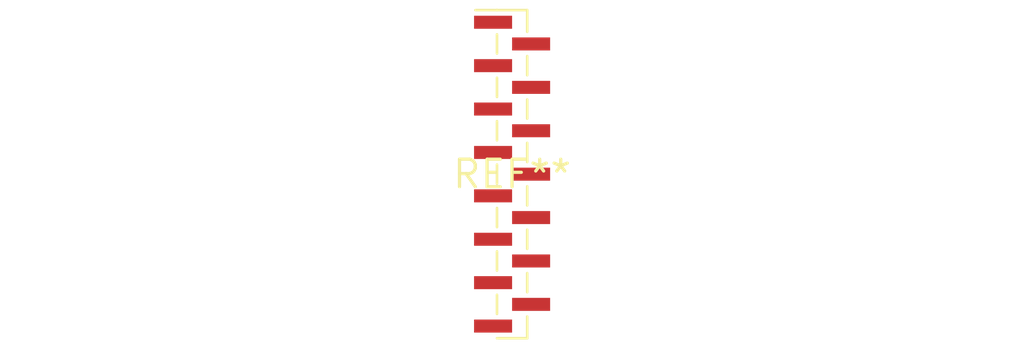
<source format=kicad_pcb>
(kicad_pcb (version 20240108) (generator pcbnew)
  (layers (0 "F.Cu" signal) (31 "B.Cu" signal) (34 "B.Paste" user) (35 "F.Paste" user) (36 "B.SilkS" user "B.Silkscreen") (37 "F.SilkS" user "F.Silkscreen") (38 "B.Mask" user) (39 "F.Mask" user) (44 "Edge.Cuts" user))
  (net 0 "")
  (footprint "PinHeader_1x15_P1.00mm_Vertical_SMD_Pin1Left" (layer "F.Cu") (at 0 0)
    (property "Reference" "REF**")
    (property "Value" "PinHeader_1x15_P1.00mm_Vertical_SMD_Pin1Left")
    (fp_line (start -0.695 -7.56) (end -1.69 -7.56) (layer "F.SilkS") (stroke (width 0.12)))
    (fp_line (start -0.695 -7.56) (end -0.695 -7.56) (layer "F.SilkS") (stroke (width 0.12)))
    (fp_line (start -0.695 -7.56) (end 0.695 -7.56) (layer "F.SilkS") (stroke (width 0.12)))
    (fp_line (start -0.695 -6.44) (end -0.695 -5.56) (layer "F.SilkS") (stroke (width 0.12)))
    (fp_line (start -0.695 -4.44) (end -0.695 -3.56) (layer "F.SilkS") (stroke (width 0.12)))
    (fp_line (start -0.695 -2.44) (end -0.695 -1.56) (layer "F.SilkS") (stroke (width 0.12)))
    (fp_line (start -0.695 -0.44) (end -0.695 0.44) (layer "F.SilkS") (stroke (width 0.12)))
    (fp_line (start -0.695 1.56) (end -0.695 2.44) (layer "F.SilkS") (stroke (width 0.12)))
    (fp_line (start -0.695 3.56) (end -0.695 4.44) (layer "F.SilkS") (stroke (width 0.12)))
    (fp_line (start -0.695 5.56) (end -0.695 6.44) (layer "F.SilkS") (stroke (width 0.12)))
    (fp_line (start -0.695 7.56) (end 0.695 7.56) (layer "F.SilkS") (stroke (width 0.12)))
    (fp_line (start 0.695 -7.56) (end 0.695 -6.56) (layer "F.SilkS") (stroke (width 0.12)))
    (fp_line (start 0.695 -5.44) (end 0.695 -4.56) (layer "F.SilkS") (stroke (width 0.12)))
    (fp_line (start 0.695 -3.44) (end 0.695 -2.56) (layer "F.SilkS") (stroke (width 0.12)))
    (fp_line (start 0.695 -1.44) (end 0.695 -0.56) (layer "F.SilkS") (stroke (width 0.12)))
    (fp_line (start 0.695 0.56) (end 0.695 1.44) (layer "F.SilkS") (stroke (width 0.12)))
    (fp_line (start 0.695 2.56) (end 0.695 3.44) (layer "F.SilkS") (stroke (width 0.12)))
    (fp_line (start 0.695 4.56) (end 0.695 5.44) (layer "F.SilkS") (stroke (width 0.12)))
    (fp_line (start 0.695 6.56) (end 0.695 7.56) (layer "F.SilkS") (stroke (width 0.12)))
    (fp_line (start 0.695 7.56) (end 0.695 7.56) (layer "F.SilkS") (stroke (width 0.12)))
    (pad "1" smd rect (at -0.875 -7) (size 1.75 0.6) (layers "F.Cu" "F.Paste" "F.Mask"))
    (pad "2" smd rect (at 0.875 -6) (size 1.75 0.6) (layers "F.Cu" "F.Paste" "F.Mask"))
    (pad "3" smd rect (at -0.875 -5) (size 1.75 0.6) (layers "F.Cu" "F.Paste" "F.Mask"))
    (pad "4" smd rect (at 0.875 -4) (size 1.75 0.6) (layers "F.Cu" "F.Paste" "F.Mask"))
    (pad "5" smd rect (at -0.875 -3) (size 1.75 0.6) (layers "F.Cu" "F.Paste" "F.Mask"))
    (pad "6" smd rect (at 0.875 -2) (size 1.75 0.6) (layers "F.Cu" "F.Paste" "F.Mask"))
    (pad "7" smd rect (at -0.875 -1) (size 1.75 0.6) (layers "F.Cu" "F.Paste" "F.Mask"))
    (pad "8" smd rect (at 0.875 0) (size 1.75 0.6) (layers "F.Cu" "F.Paste" "F.Mask"))
    (pad "9" smd rect (at -0.875 1) (size 1.75 0.6) (layers "F.Cu" "F.Paste" "F.Mask"))
    (pad "10" smd rect (at 0.875 2) (size 1.75 0.6) (layers "F.Cu" "F.Paste" "F.Mask"))
    (pad "11" smd rect (at -0.875 3) (size 1.75 0.6) (layers "F.Cu" "F.Paste" "F.Mask"))
    (pad "12" smd rect (at 0.875 4) (size 1.75 0.6) (layers "F.Cu" "F.Paste" "F.Mask"))
    (pad "13" smd rect (at -0.875 5) (size 1.75 0.6) (layers "F.Cu" "F.Paste" "F.Mask"))
    (pad "14" smd rect (at 0.875 6) (size 1.75 0.6) (layers "F.Cu" "F.Paste" "F.Mask"))
    (pad "15" smd rect (at -0.875 7) (size 1.75 0.6) (layers "F.Cu" "F.Paste" "F.Mask"))
  )
)
</source>
